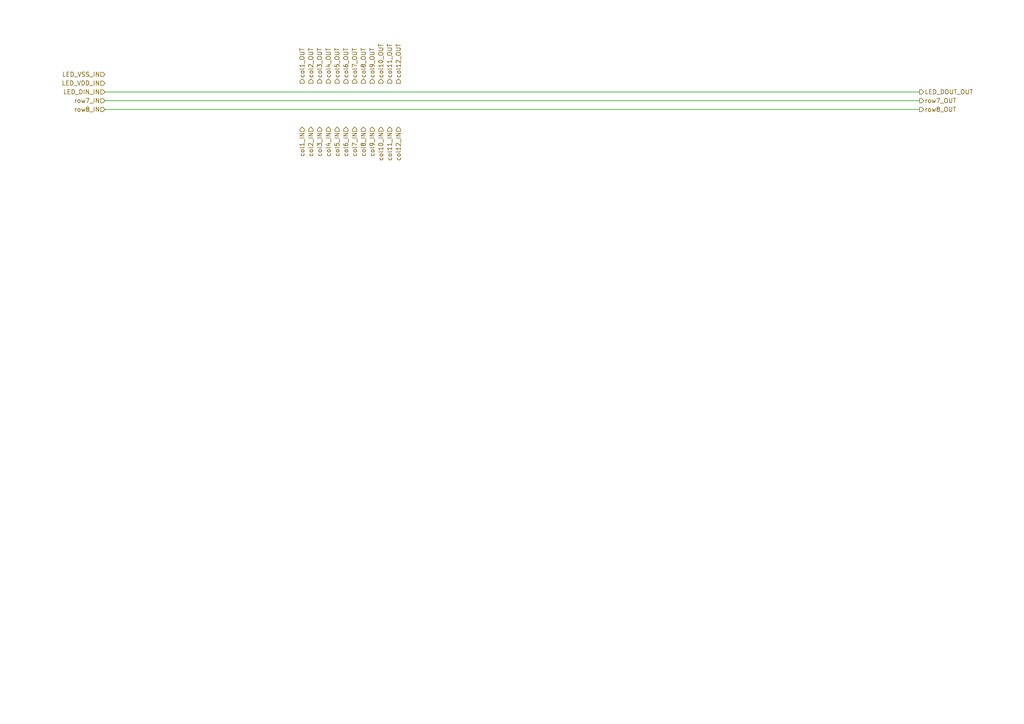
<source format=kicad_sch>
(kicad_sch
	(version 20250114)
	(generator "eeschema")
	(generator_version "9.0")
	(uuid "91aa87fd-8661-483d-a24c-ed410272c47d")
	(paper "A4")
	(title_block
		(rev "1 - do not edit connector pin layout.")
		(company "Henry's Software House")
	)
	(lib_symbols)
	(wire
		(pts
			(xy 30.48 31.75) (xy 266.7 31.75)
		)
		(stroke
			(width 0)
			(type default)
		)
		(uuid "0aded5c5-e8bc-40e5-9938-83646571234d")
	)
	(wire
		(pts
			(xy 30.48 26.67) (xy 266.7 26.67)
		)
		(stroke
			(width 0)
			(type default)
		)
		(uuid "958b513f-d3d5-4e49-81bc-ed872d999faa")
	)
	(wire
		(pts
			(xy 30.48 29.21) (xy 266.7 29.21)
		)
		(stroke
			(width 0)
			(type default)
		)
		(uuid "c7cae617-bc4d-4dec-b0a9-d479b11a92ab")
	)
	(hierarchical_label "col5_OUT"
		(shape output)
		(at 97.79 24.13 90)
		(effects
			(font
				(size 1.27 1.27)
			)
			(justify left)
		)
		(uuid "00978555-192d-4c30-a9b9-dc93a5564d0f")
	)
	(hierarchical_label "LED_VDD_IN"
		(shape input)
		(at 30.48 24.13 180)
		(effects
			(font
				(size 1.27 1.27)
			)
			(justify right)
		)
		(uuid "08ac40b7-3a6c-49e8-a51e-af139c119c0f")
	)
	(hierarchical_label "col11_IN"
		(shape input)
		(at 113.03 36.83 270)
		(effects
			(font
				(size 1.27 1.27)
			)
			(justify right)
		)
		(uuid "14adea5a-9417-400c-9042-6f675a07bef3")
	)
	(hierarchical_label "col12_IN"
		(shape input)
		(at 115.57 36.83 270)
		(effects
			(font
				(size 1.27 1.27)
			)
			(justify right)
		)
		(uuid "14ca98e3-c5dd-484f-aac5-a22838d887b4")
	)
	(hierarchical_label "col2_OUT"
		(shape output)
		(at 90.17 24.13 90)
		(effects
			(font
				(size 1.27 1.27)
			)
			(justify left)
		)
		(uuid "2a7439f0-cd86-4c26-8b3f-ca85a50eba49")
	)
	(hierarchical_label "col8_OUT"
		(shape output)
		(at 105.41 24.13 90)
		(effects
			(font
				(size 1.27 1.27)
			)
			(justify left)
		)
		(uuid "30f3a7c5-fa89-439f-bf5c-9e8e191e77a3")
	)
	(hierarchical_label "col11_OUT"
		(shape output)
		(at 113.03 24.13 90)
		(effects
			(font
				(size 1.27 1.27)
			)
			(justify left)
		)
		(uuid "31d2f1d9-4b74-42cf-aa3e-00eba7e06b1d")
	)
	(hierarchical_label "col8_IN"
		(shape input)
		(at 105.41 36.83 270)
		(effects
			(font
				(size 1.27 1.27)
			)
			(justify right)
		)
		(uuid "36b2ff9a-3d83-4186-bb2f-39e6d7e558c7")
	)
	(hierarchical_label "col1_IN"
		(shape input)
		(at 87.63 36.83 270)
		(effects
			(font
				(size 1.27 1.27)
			)
			(justify right)
		)
		(uuid "37371de5-9cb5-44ac-8357-94663dcc62a5")
	)
	(hierarchical_label "row7_OUT"
		(shape output)
		(at 266.7 29.21 0)
		(effects
			(font
				(size 1.27 1.27)
			)
			(justify left)
		)
		(uuid "4ab8337f-5e5d-42df-8504-c158348d65d3")
	)
	(hierarchical_label "col4_IN"
		(shape input)
		(at 95.25 36.83 270)
		(effects
			(font
				(size 1.27 1.27)
			)
			(justify right)
		)
		(uuid "4d5b276a-11be-4f64-8aa3-52b941d3826b")
	)
	(hierarchical_label "col6_IN"
		(shape input)
		(at 100.33 36.83 270)
		(effects
			(font
				(size 1.27 1.27)
			)
			(justify right)
		)
		(uuid "54d1e6a8-5a7a-429b-824f-12894383af68")
	)
	(hierarchical_label "col12_OUT"
		(shape output)
		(at 115.57 24.13 90)
		(effects
			(font
				(size 1.27 1.27)
			)
			(justify left)
		)
		(uuid "5d32300e-75c4-4d52-915f-94cb1fab3f09")
	)
	(hierarchical_label "col3_OUT"
		(shape output)
		(at 92.71 24.13 90)
		(effects
			(font
				(size 1.27 1.27)
			)
			(justify left)
		)
		(uuid "6257b771-7ac2-46ee-bc6e-42be2261903f")
	)
	(hierarchical_label "col7_IN"
		(shape input)
		(at 102.87 36.83 270)
		(effects
			(font
				(size 1.27 1.27)
			)
			(justify right)
		)
		(uuid "6d8fd94f-1117-4c46-826f-dda0c7cf8496")
	)
	(hierarchical_label "col10_IN"
		(shape input)
		(at 110.49 36.83 270)
		(effects
			(font
				(size 1.27 1.27)
			)
			(justify right)
		)
		(uuid "76eb9dd9-478d-483a-968d-aee2edc3b31f")
	)
	(hierarchical_label "row8_IN"
		(shape input)
		(at 30.48 31.75 180)
		(effects
			(font
				(size 1.27 1.27)
			)
			(justify right)
		)
		(uuid "78e1f03a-8ea0-4c6a-9b29-125494c53ea0")
	)
	(hierarchical_label "row8_OUT"
		(shape output)
		(at 266.7 31.75 0)
		(effects
			(font
				(size 1.27 1.27)
			)
			(justify left)
		)
		(uuid "7d326806-3f40-4d43-916a-ec05c1d9b120")
	)
	(hierarchical_label "row7_IN"
		(shape input)
		(at 30.48 29.21 180)
		(effects
			(font
				(size 1.27 1.27)
			)
			(justify right)
		)
		(uuid "88036250-fb9e-46b6-aa6f-128af013a9bc")
	)
	(hierarchical_label "col3_IN"
		(shape input)
		(at 92.71 36.83 270)
		(effects
			(font
				(size 1.27 1.27)
			)
			(justify right)
		)
		(uuid "88416855-1c07-45ce-a660-f8f0f26f2c83")
	)
	(hierarchical_label "col10_OUT"
		(shape output)
		(at 110.49 24.13 90)
		(effects
			(font
				(size 1.27 1.27)
			)
			(justify left)
		)
		(uuid "89750e6d-951b-41e0-89e5-2ea0f985a1cd")
	)
	(hierarchical_label "col1_OUT"
		(shape output)
		(at 87.63 24.13 90)
		(effects
			(font
				(size 1.27 1.27)
			)
			(justify left)
		)
		(uuid "8d18b389-1c09-4b48-9041-3ab9f9e079d2")
	)
	(hierarchical_label "LED_DIN_IN"
		(shape input)
		(at 30.48 26.67 180)
		(effects
			(font
				(size 1.27 1.27)
			)
			(justify right)
		)
		(uuid "981e2c60-40c8-47dd-801d-05746b034866")
	)
	(hierarchical_label "LED_VSS_IN"
		(shape input)
		(at 30.48 21.59 180)
		(effects
			(font
				(size 1.27 1.27)
			)
			(justify right)
		)
		(uuid "9b7e7586-64a6-4533-a568-34ac38363821")
	)
	(hierarchical_label "col9_IN"
		(shape input)
		(at 107.95 36.83 270)
		(effects
			(font
				(size 1.27 1.27)
			)
			(justify right)
		)
		(uuid "b56b1ccf-8c67-4c1f-80e9-e43b83fb169b")
	)
	(hierarchical_label "LED_DOUT_OUT"
		(shape output)
		(at 266.7 26.67 0)
		(effects
			(font
				(size 1.27 1.27)
			)
			(justify left)
		)
		(uuid "b61d3441-073d-4e7e-bf6a-4c5dbd63b363")
	)
	(hierarchical_label "col9_OUT"
		(shape output)
		(at 107.95 24.13 90)
		(effects
			(font
				(size 1.27 1.27)
			)
			(justify left)
		)
		(uuid "b90b3902-bbc1-4e22-b4c3-7b89b8de9cd5")
	)
	(hierarchical_label "col5_IN"
		(shape input)
		(at 97.79 36.83 270)
		(effects
			(font
				(size 1.27 1.27)
			)
			(justify right)
		)
		(uuid "cb9e231b-7031-40df-bece-4c6152f25902")
	)
	(hierarchical_label "col2_IN"
		(shape input)
		(at 90.17 36.83 270)
		(effects
			(font
				(size 1.27 1.27)
			)
			(justify right)
		)
		(uuid "cea52202-fe79-47e3-8130-aabbad3f13d8")
	)
	(hierarchical_label "col4_OUT"
		(shape output)
		(at 95.25 24.13 90)
		(effects
			(font
				(size 1.27 1.27)
			)
			(justify left)
		)
		(uuid "cf1bc0de-1c66-4d1f-bda7-178f97bac548")
	)
	(hierarchical_label "col6_OUT"
		(shape output)
		(at 100.33 24.13 90)
		(effects
			(font
				(size 1.27 1.27)
			)
			(justify left)
		)
		(uuid "dbad61c2-9d95-4e4e-a43c-be26f2811fde")
	)
	(hierarchical_label "col7_OUT"
		(shape output)
		(at 102.87 24.13 90)
		(effects
			(font
				(size 1.27 1.27)
			)
			(justify left)
		)
		(uuid "ec396825-6c24-4905-a95c-dd82e259ac20")
	)
)

</source>
